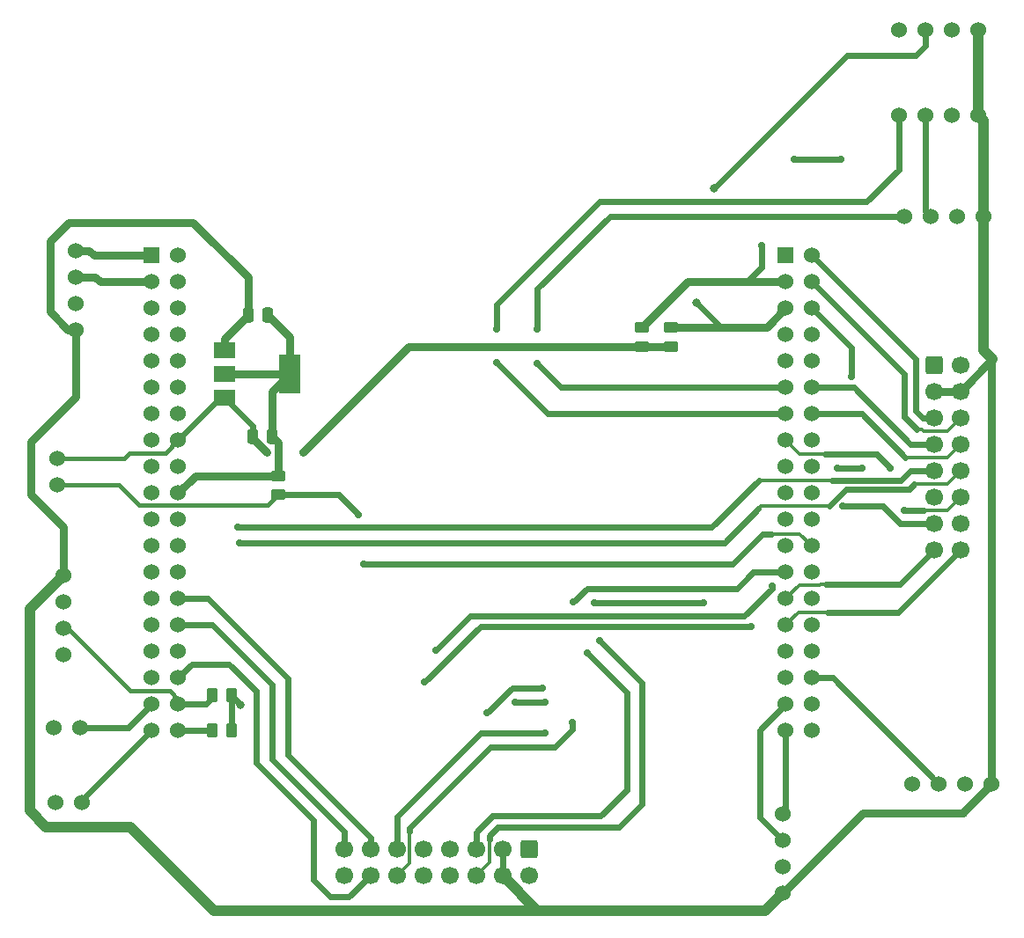
<source format=gbr>
%TF.GenerationSoftware,KiCad,Pcbnew,(6.0.1)*%
%TF.CreationDate,2022-02-03T23:43:58+01:00*%
%TF.ProjectId,CartePrincipaleR1,43617274-6550-4726-996e-636970616c65,rev?*%
%TF.SameCoordinates,Original*%
%TF.FileFunction,Copper,L1,Top*%
%TF.FilePolarity,Positive*%
%FSLAX46Y46*%
G04 Gerber Fmt 4.6, Leading zero omitted, Abs format (unit mm)*
G04 Created by KiCad (PCBNEW (6.0.1)) date 2022-02-03 23:43:58*
%MOMM*%
%LPD*%
G01*
G04 APERTURE LIST*
G04 Aperture macros list*
%AMRoundRect*
0 Rectangle with rounded corners*
0 $1 Rounding radius*
0 $2 $3 $4 $5 $6 $7 $8 $9 X,Y pos of 4 corners*
0 Add a 4 corners polygon primitive as box body*
4,1,4,$2,$3,$4,$5,$6,$7,$8,$9,$2,$3,0*
0 Add four circle primitives for the rounded corners*
1,1,$1+$1,$2,$3*
1,1,$1+$1,$4,$5*
1,1,$1+$1,$6,$7*
1,1,$1+$1,$8,$9*
0 Add four rect primitives between the rounded corners*
20,1,$1+$1,$2,$3,$4,$5,0*
20,1,$1+$1,$4,$5,$6,$7,0*
20,1,$1+$1,$6,$7,$8,$9,0*
20,1,$1+$1,$8,$9,$2,$3,0*%
G04 Aperture macros list end*
%TA.AperFunction,SMDPad,CuDef*%
%ADD10RoundRect,0.250000X0.450000X-0.262500X0.450000X0.262500X-0.450000X0.262500X-0.450000X-0.262500X0*%
%TD*%
%TA.AperFunction,ComponentPad*%
%ADD11C,1.524000*%
%TD*%
%TA.AperFunction,SMDPad,CuDef*%
%ADD12RoundRect,0.250000X-0.250000X-0.475000X0.250000X-0.475000X0.250000X0.475000X-0.250000X0.475000X0*%
%TD*%
%TA.AperFunction,SMDPad,CuDef*%
%ADD13R,2.000000X1.500000*%
%TD*%
%TA.AperFunction,SMDPad,CuDef*%
%ADD14R,2.000000X3.800000*%
%TD*%
%TA.AperFunction,SMDPad,CuDef*%
%ADD15RoundRect,0.250000X0.262500X0.450000X-0.262500X0.450000X-0.262500X-0.450000X0.262500X-0.450000X0*%
%TD*%
%TA.AperFunction,ComponentPad*%
%ADD16R,1.530000X1.530000*%
%TD*%
%TA.AperFunction,ComponentPad*%
%ADD17C,1.530000*%
%TD*%
%TA.AperFunction,SMDPad,CuDef*%
%ADD18RoundRect,0.250000X-0.450000X0.262500X-0.450000X-0.262500X0.450000X-0.262500X0.450000X0.262500X0*%
%TD*%
%TA.AperFunction,ComponentPad*%
%ADD19RoundRect,0.250000X-0.600000X0.600000X-0.600000X-0.600000X0.600000X-0.600000X0.600000X0.600000X0*%
%TD*%
%TA.AperFunction,ComponentPad*%
%ADD20C,1.700000*%
%TD*%
%TA.AperFunction,ComponentPad*%
%ADD21RoundRect,0.250000X-0.600000X-0.600000X0.600000X-0.600000X0.600000X0.600000X-0.600000X0.600000X0*%
%TD*%
%TA.AperFunction,ViaPad*%
%ADD22C,0.700000*%
%TD*%
%TA.AperFunction,ViaPad*%
%ADD23C,0.800000*%
%TD*%
%TA.AperFunction,Conductor*%
%ADD24C,1.000000*%
%TD*%
%TA.AperFunction,Conductor*%
%ADD25C,0.800000*%
%TD*%
%TA.AperFunction,Conductor*%
%ADD26C,0.600000*%
%TD*%
%TA.AperFunction,Conductor*%
%ADD27C,0.400000*%
%TD*%
%TA.AperFunction,Conductor*%
%ADD28C,0.300000*%
%TD*%
G04 APERTURE END LIST*
D10*
%TO.P,R1,1*%
%TO.N,+3V3*%
X120300000Y-78425000D03*
%TO.P,R1,2*%
%TO.N,SDA_I2C1*%
X120300000Y-76600000D03*
%TD*%
D11*
%TO.P,UART-X-BEE,1,Pin_1*%
%TO.N,+5V*%
X151110000Y-120500000D03*
%TO.P,UART-X-BEE,2,Pin_2*%
%TO.N,GND*%
X148570000Y-120500000D03*
%TO.P,UART-X-BEE,3,Pin_3*%
%TO.N,XBeeTx*%
X146030000Y-120500000D03*
%TO.P,UART-X-BEE,4,Pin_4*%
%TO.N,XbeeRx*%
X143490000Y-120500000D03*
%TD*%
D12*
%TO.P,C1,1*%
%TO.N,+5V*%
X79600000Y-75400000D03*
%TO.P,C1,2*%
%TO.N,GND*%
X81500000Y-75400000D03*
%TD*%
D11*
%TO.P,Pression2,1,Pin_1*%
%TO.N,DATA_PRESS_2*%
X142190000Y-56200000D03*
%TO.P,Pression2,2,Pin_2*%
%TO.N,CLK_PRESS*%
X144730000Y-56200000D03*
%TO.P,Pression2,3,Pin_3*%
%TO.N,GND*%
X147270000Y-56200000D03*
%TO.P,Pression2,4,Pin_4*%
%TO.N,+5V*%
X149810000Y-56200000D03*
%TD*%
%TO.P,I2C1,1,Pin_1*%
%TO.N,+5V*%
X149810000Y-48000000D03*
%TO.P,I2C1,2,Pin_2*%
%TO.N,GND*%
X147270000Y-48000000D03*
%TO.P,I2C1,3,Pin_3*%
%TO.N,SDA_I2C1*%
X144730000Y-48000000D03*
%TO.P,I2C1,4,Pin_4*%
%TO.N,SCL_I2C1*%
X142190000Y-48000000D03*
%TD*%
D13*
%TO.P,U1,1,VI*%
%TO.N,+5V*%
X77350000Y-78800000D03*
%TO.P,U1,2,GND*%
%TO.N,GND*%
X77350000Y-81100000D03*
D14*
X83650000Y-81100000D03*
D13*
%TO.P,U1,3,VO*%
%TO.N,+3V3*%
X77350000Y-83400000D03*
%TD*%
D11*
%TO.P,Display,1,Pin_1*%
%TO.N,+5V*%
X63000000Y-76810000D03*
%TO.P,Display,2,Pin_2*%
%TO.N,GND*%
X63000000Y-74270000D03*
%TO.P,Display,3,Pin_3*%
%TO.N,DIO_Display*%
X63000000Y-71730000D03*
%TO.P,Display,4,Pin_4*%
%TO.N,CLK_Display*%
X63000000Y-69190000D03*
%TD*%
%TO.P,Pression1,1,Pin_1*%
%TO.N,DATA_PRESS_1*%
X142700000Y-65900000D03*
%TO.P,Pression1,2,Pin_2*%
%TO.N,CLK_PRESS*%
X145240000Y-65900000D03*
%TO.P,Pression1,3,Pin_3*%
%TO.N,GND*%
X147780000Y-65900000D03*
%TO.P,Pression1,4,Pin_4*%
%TO.N,+5V*%
X150320000Y-65900000D03*
%TD*%
D12*
%TO.P,C2,1*%
%TO.N,+3V3*%
X80050000Y-87100000D03*
%TO.P,C2,2*%
%TO.N,GND*%
X81950000Y-87100000D03*
%TD*%
D15*
%TO.P,R6,1*%
%TO.N,+3V3*%
X78012500Y-115400000D03*
%TO.P,R6,2*%
%TO.N,SCL_I2C3*%
X76187500Y-115400000D03*
%TD*%
D16*
%TO.P,Nucl\u00E9o L476RG,1,PC10*%
%TO.N,CLK_Display*%
X70350000Y-69690000D03*
D17*
%TO.P,Nucl\u00E9o L476RG,2,PC11*%
%TO.N,CLK_PRESS*%
X72890000Y-69690000D03*
%TO.P,Nucl\u00E9o L476RG,3,PC12*%
%TO.N,DIO_Display*%
X70350000Y-72230000D03*
%TO.P,Nucl\u00E9o L476RG,4,PD2*%
%TO.N,unconnected-(U2-Pad4)*%
X72890000Y-72230000D03*
%TO.P,Nucl\u00E9o L476RG,5,VDD*%
%TO.N,unconnected-(U2-Pad5)*%
X70350000Y-74770000D03*
%TO.P,Nucl\u00E9o L476RG,6,E5V*%
%TO.N,unconnected-(U2-Pad6)*%
X72890000Y-74770000D03*
%TO.P,Nucl\u00E9o L476RG,7,~{BOOT0}*%
%TO.N,unconnected-(U2-Pad7)*%
X70350000Y-77310000D03*
%TO.P,Nucl\u00E9o L476RG,8,GND*%
%TO.N,GND*%
X72890000Y-77310000D03*
%TO.P,Nucl\u00E9o L476RG,9,NC*%
%TO.N,unconnected-(U2-Pad9)*%
X70350000Y-79850000D03*
%TO.P,Nucl\u00E9o L476RG,10,NC*%
%TO.N,unconnected-(U2-Pad10)*%
X72890000Y-79850000D03*
%TO.P,Nucl\u00E9o L476RG,11,NC*%
%TO.N,unconnected-(U2-Pad11)*%
X70350000Y-82390000D03*
%TO.P,Nucl\u00E9o L476RG,12,IOREF*%
%TO.N,unconnected-(U2-Pad12)*%
X72890000Y-82390000D03*
%TO.P,Nucl\u00E9o L476RG,13,STLINK_TMS/PA13*%
%TO.N,unconnected-(U2-Pad13)*%
X70350000Y-84930000D03*
%TO.P,Nucl\u00E9o L476RG,14,~{RESET}*%
%TO.N,unconnected-(U2-Pad14)*%
X72890000Y-84930000D03*
%TO.P,Nucl\u00E9o L476RG,15,STLINK_TCK/PA14*%
%TO.N,unconnected-(U2-Pad15)*%
X70350000Y-87470000D03*
%TO.P,Nucl\u00E9o L476RG,16,+3V3*%
%TO.N,+3V3*%
X72890000Y-87470000D03*
%TO.P,Nucl\u00E9o L476RG,17,PA15*%
%TO.N,CONTACTEUR1_GPIO*%
X70350000Y-90010000D03*
%TO.P,Nucl\u00E9o L476RG,18,+5V*%
%TO.N,unconnected-(U2-Pad18)*%
X72890000Y-90010000D03*
%TO.P,Nucl\u00E9o L476RG,19,GND*%
%TO.N,GND*%
X70350000Y-92550000D03*
%TO.P,Nucl\u00E9o L476RG,20,GND*%
X72890000Y-92550000D03*
%TO.P,Nucl\u00E9o L476RG,21,PB7*%
%TO.N,unconnected-(U2-Pad21)*%
X70350000Y-95090000D03*
%TO.P,Nucl\u00E9o L476RG,22,GND*%
%TO.N,GND*%
X72890000Y-95090000D03*
%TO.P,Nucl\u00E9o L476RG,23,PC13*%
%TO.N,unconnected-(U2-Pad23)*%
X70350000Y-97630000D03*
%TO.P,Nucl\u00E9o L476RG,24,VIN*%
%TO.N,unconnected-(U2-Pad24)*%
X72890000Y-97630000D03*
%TO.P,Nucl\u00E9o L476RG,25,PC14*%
%TO.N,unconnected-(U2-Pad25)*%
X70350000Y-100170000D03*
%TO.P,Nucl\u00E9o L476RG,26,NC*%
%TO.N,unconnected-(U2-Pad26)*%
X72890000Y-100170000D03*
%TO.P,Nucl\u00E9o L476RG,27,PC15*%
%TO.N,unconnected-(U2-Pad27)*%
X70350000Y-102710000D03*
%TO.P,Nucl\u00E9o L476RG,28,PA0*%
%TO.N,S1*%
X72890000Y-102710000D03*
%TO.P,Nucl\u00E9o L476RG,29,PH0*%
%TO.N,unconnected-(U2-Pad29)*%
X70350000Y-105250000D03*
%TO.P,Nucl\u00E9o L476RG,30,PA1*%
%TO.N,S2*%
X72890000Y-105250000D03*
%TO.P,Nucl\u00E9o L476RG,31,PH1*%
%TO.N,unconnected-(U2-Pad31)*%
X70350000Y-107790000D03*
%TO.P,Nucl\u00E9o L476RG,32,PA4*%
%TO.N,CONTACTEUR2_GPIO*%
X72890000Y-107790000D03*
%TO.P,Nucl\u00E9o L476RG,33,VBAT*%
%TO.N,unconnected-(U2-Pad33)*%
X70350000Y-110330000D03*
%TO.P,Nucl\u00E9o L476RG,34,PB0*%
%TO.N,S3*%
X72890000Y-110330000D03*
%TO.P,Nucl\u00E9o L476RG,35,PC2*%
%TO.N,TIR_GPIO*%
X70350000Y-112870000D03*
%TO.P,Nucl\u00E9o L476RG,36,PC1*%
%TO.N,SDA_I2C3*%
X72890000Y-112870000D03*
%TO.P,Nucl\u00E9o L476RG,37,PC3*%
%TO.N,COL_GPIO*%
X70350000Y-115410000D03*
%TO.P,Nucl\u00E9o L476RG,38,PC0*%
%TO.N,SCL_I2C3*%
X72890000Y-115410000D03*
D16*
%TO.P,Nucl\u00E9o L476RG,39,PC9*%
%TO.N,unconnected-(U2-Pad39)*%
X131310000Y-69690000D03*
D17*
%TO.P,Nucl\u00E9o L476RG,40,PC8*%
%TO.N,MC1B*%
X133850000Y-69690000D03*
%TO.P,Nucl\u00E9o L476RG,41,PB8*%
%TO.N,SCL_I2C1*%
X131310000Y-72230000D03*
%TO.P,Nucl\u00E9o L476RG,42,PC6*%
%TO.N,MC1A*%
X133850000Y-72230000D03*
%TO.P,Nucl\u00E9o L476RG,43,PB9*%
%TO.N,SDA_I2C1*%
X131310000Y-74770000D03*
%TO.P,Nucl\u00E9o L476RG,44,PC5*%
%TO.N,XbeeRx*%
X133850000Y-74770000D03*
%TO.P,Nucl\u00E9o L476RG,45,AVDD*%
%TO.N,unconnected-(U2-Pad45)*%
X131310000Y-77310000D03*
%TO.P,Nucl\u00E9o L476RG,46,U5V*%
%TO.N,unconnected-(U2-Pad46)*%
X133850000Y-77310000D03*
%TO.P,Nucl\u00E9o L476RG,47,GND*%
%TO.N,GND*%
X131310000Y-79850000D03*
%TO.P,Nucl\u00E9o L476RG,48,NC*%
%TO.N,unconnected-(U2-Pad48)*%
X133850000Y-79850000D03*
%TO.P,Nucl\u00E9o L476RG,49,PA5*%
%TO.N,DATA_PRESS_1*%
X131310000Y-82390000D03*
%TO.P,Nucl\u00E9o L476RG,50,PA12*%
%TO.N,MC2B*%
X133850000Y-82390000D03*
%TO.P,Nucl\u00E9o L476RG,51,PA6*%
%TO.N,DATA_PRESS_2*%
X131310000Y-84930000D03*
%TO.P,Nucl\u00E9o L476RG,52,PA11*%
%TO.N,MC2A*%
X133850000Y-84930000D03*
%TO.P,Nucl\u00E9o L476RG,53,PA7*%
%TO.N,RC_2A*%
X131310000Y-87470000D03*
%TO.P,Nucl\u00E9o L476RG,54,PB12*%
%TO.N,unconnected-(U2-Pad54)*%
X133850000Y-87470000D03*
%TO.P,Nucl\u00E9o L476RG,55,PB6*%
%TO.N,DataAX12_TX*%
X131310000Y-90010000D03*
%TO.P,Nucl\u00E9o L476RG,56,NC*%
%TO.N,unconnected-(U2-Pad56)*%
X133850000Y-90010000D03*
%TO.P,Nucl\u00E9o L476RG,57,PC7*%
%TO.N,RC_2B*%
X131310000Y-92550000D03*
%TO.P,Nucl\u00E9o L476RG,58,GND*%
%TO.N,GND*%
X133850000Y-92550000D03*
%TO.P,Nucl\u00E9o L476RG,59,PA9*%
%TO.N,Mot1PWM*%
X131310000Y-95090000D03*
%TO.P,Nucl\u00E9o L476RG,60,PB2*%
%TO.N,Mot1DIR*%
X133850000Y-95090000D03*
%TO.P,Nucl\u00E9o L476RG,61,PA8*%
%TO.N,Mot2PWM*%
X131310000Y-97630000D03*
%TO.P,Nucl\u00E9o L476RG,62,PB1*%
%TO.N,A_Resistance*%
X133850000Y-97630000D03*
%TO.P,Nucl\u00E9o L476RG,63,PB10*%
%TO.N,Mot2DIR*%
X131310000Y-100170000D03*
%TO.P,Nucl\u00E9o L476RG,64,PB15*%
%TO.N,POMPE2*%
X133850000Y-100170000D03*
%TO.P,Nucl\u00E9o L476RG,65,PB4*%
%TO.N,RC_1B*%
X131310000Y-102710000D03*
%TO.P,Nucl\u00E9o L476RG,66,PB14*%
%TO.N,POMPE1*%
X133850000Y-102710000D03*
%TO.P,Nucl\u00E9o L476RG,67,PB5*%
%TO.N,RC_1A*%
X131310000Y-105250000D03*
%TO.P,Nucl\u00E9o L476RG,68,PB13*%
%TO.N,EV1*%
X133850000Y-105250000D03*
%TO.P,Nucl\u00E9o L476RG,69,STLINK_SWO/PB3*%
%TO.N,unconnected-(U2-Pad69)*%
X131310000Y-107790000D03*
%TO.P,Nucl\u00E9o L476RG,70,AGND*%
%TO.N,GND*%
X133850000Y-107790000D03*
%TO.P,Nucl\u00E9o L476RG,71,PA10*%
%TO.N,EV2*%
X131310000Y-110330000D03*
%TO.P,Nucl\u00E9o L476RG,72,PC4*%
%TO.N,XBeeTx*%
X133850000Y-110330000D03*
%TO.P,Nucl\u00E9o L476RG,73,STLINK_UART_TX/PA2*%
%TO.N,USART_TX*%
X131310000Y-112870000D03*
%TO.P,Nucl\u00E9o L476RG,74,NC*%
%TO.N,unconnected-(U2-Pad74)*%
X133850000Y-112870000D03*
%TO.P,Nucl\u00E9o L476RG,75,STLINK_UART_RX/PA3*%
%TO.N,USART_RX*%
X131310000Y-115410000D03*
%TO.P,Nucl\u00E9o L476RG,76,NC*%
%TO.N,unconnected-(U2-Pad76)*%
X133850000Y-115410000D03*
%TD*%
D11*
%TO.P,Resistance,1,Pin_1*%
%TO.N,+3V3*%
X61300000Y-89230000D03*
%TO.P,Resistance,2,Pin_2*%
%TO.N,A_Resistance*%
X61300000Y-91770000D03*
%TD*%
%TO.P,UART-USB,1,Pin_1*%
%TO.N,+5V*%
X131000000Y-131010000D03*
%TO.P,UART-USB,2,Pin_2*%
%TO.N,GND*%
X131000000Y-128470000D03*
%TO.P,UART-USB,3,Pin_3*%
%TO.N,USART_TX*%
X131000000Y-125930000D03*
%TO.P,UART-USB,4,Pin_4*%
%TO.N,USART_RX*%
X131000000Y-123390000D03*
%TD*%
%TO.P,Tirette,1,Pin_1*%
%TO.N,TIR_GPIO*%
X63470000Y-115100000D03*
%TO.P,Tirette,2,Pin_2*%
%TO.N,GND*%
X60930000Y-115100000D03*
%TD*%
D18*
%TO.P,R4,1*%
%TO.N,GND*%
X82500000Y-90887500D03*
%TO.P,R4,2*%
%TO.N,A_Resistance*%
X82500000Y-92712500D03*
%TD*%
D19*
%TO.P,NappePompe,1,Pin_1*%
%TO.N,GND*%
X106600000Y-126800000D03*
D20*
%TO.P,NappePompe,2,Pin_2*%
X106600000Y-129340000D03*
%TO.P,NappePompe,3,Pin_3*%
%TO.N,+5V*%
X104060000Y-126800000D03*
%TO.P,NappePompe,4,Pin_4*%
X104060000Y-129340000D03*
%TO.P,NappePompe,5,Pin_5*%
%TO.N,Mot2DIR*%
X101520000Y-126800000D03*
%TO.P,NappePompe,6,Pin_6*%
%TO.N,Mot2PWM*%
X101520000Y-129340000D03*
%TO.P,NappePompe,7,Pin_7*%
%TO.N,Mot1DIR*%
X98980000Y-126800000D03*
%TO.P,NappePompe,8,Pin_8*%
%TO.N,Mot1PWM*%
X98980000Y-129340000D03*
%TO.P,NappePompe,9,Pin_9*%
%TO.N,POMPE1*%
X96440000Y-126800000D03*
%TO.P,NappePompe,10,Pin_10*%
%TO.N,POMPE2*%
X96440000Y-129340000D03*
%TO.P,NappePompe,11,Pin_11*%
%TO.N,EV2*%
X93900000Y-126800000D03*
%TO.P,NappePompe,12,Pin_12*%
%TO.N,EV1*%
X93900000Y-129340000D03*
%TO.P,NappePompe,13,Pin_13*%
%TO.N,S1*%
X91360000Y-126800000D03*
%TO.P,NappePompe,14,Pin_14*%
%TO.N,S3*%
X91360000Y-129340000D03*
%TO.P,NappePompe,15,Pin_15*%
%TO.N,S2*%
X88820000Y-126800000D03*
%TO.P,NappePompe,16,Pin_16*%
%TO.N,+3V3*%
X88820000Y-129340000D03*
%TD*%
D21*
%TO.P,NappeBaseRoulante,1,Pin_1*%
%TO.N,GND*%
X145600000Y-80200000D03*
D20*
%TO.P,NappeBaseRoulante,2,Pin_2*%
X148140000Y-80200000D03*
%TO.P,NappeBaseRoulante,3,Pin_3*%
%TO.N,+5V*%
X145600000Y-82740000D03*
%TO.P,NappeBaseRoulante,4,Pin_4*%
X148140000Y-82740000D03*
%TO.P,NappeBaseRoulante,5,Pin_5*%
%TO.N,MC1B*%
X145600000Y-85280000D03*
%TO.P,NappeBaseRoulante,6,Pin_6*%
%TO.N,MC1A*%
X148140000Y-85280000D03*
%TO.P,NappeBaseRoulante,7,Pin_7*%
%TO.N,MC2B*%
X145600000Y-87820000D03*
%TO.P,NappeBaseRoulante,8,Pin_8*%
%TO.N,MC2A*%
X148140000Y-87820000D03*
%TO.P,NappeBaseRoulante,9,Pin_9*%
%TO.N,CONTACTEUR1_GPIO*%
X145600000Y-90360000D03*
%TO.P,NappeBaseRoulante,10,Pin_10*%
%TO.N,CONTACTEUR2_GPIO*%
X148140000Y-90360000D03*
%TO.P,NappeBaseRoulante,11,Pin_11*%
%TO.N,unconnected-(J5-Pad11)*%
X145600000Y-92900000D03*
%TO.P,NappeBaseRoulante,12,Pin_12*%
%TO.N,DataAX12_TX*%
X148140000Y-92900000D03*
%TO.P,NappeBaseRoulante,13,Pin_13*%
%TO.N,RC_2B*%
X145600000Y-95440000D03*
%TO.P,NappeBaseRoulante,14,Pin_14*%
%TO.N,RC_2A*%
X148140000Y-95440000D03*
%TO.P,NappeBaseRoulante,15,Pin_15*%
%TO.N,RC_1B*%
X145600000Y-97980000D03*
%TO.P,NappeBaseRoulante,16,Pin_16*%
%TO.N,RC_1A*%
X148140000Y-97980000D03*
%TD*%
D10*
%TO.P,R2,1*%
%TO.N,+3V3*%
X117500000Y-78425000D03*
%TO.P,R2,2*%
%TO.N,SCL_I2C1*%
X117500000Y-76600000D03*
%TD*%
D11*
%TO.P,I2C3,1,Pin_1*%
%TO.N,+5V*%
X61832000Y-100490000D03*
%TO.P,I2C3,2,Pin_2*%
%TO.N,GND*%
X61832000Y-103030000D03*
%TO.P,I2C3,3,Pin_3*%
%TO.N,SDA_I2C3*%
X61832000Y-105570000D03*
%TO.P,I2C3,4,Pin_4*%
%TO.N,SCL_I2C3*%
X61832000Y-108110000D03*
%TD*%
%TO.P,Color,1,Pin_1*%
%TO.N,COL_GPIO*%
X63670000Y-122300000D03*
%TO.P,Color,2,Pin_2*%
%TO.N,GND*%
X61130000Y-122300000D03*
%TD*%
D15*
%TO.P,R5,1*%
%TO.N,+3V3*%
X78000000Y-112000000D03*
%TO.P,R5,2*%
%TO.N,SDA_I2C3*%
X76175000Y-112000000D03*
%TD*%
D22*
%TO.N,GND*%
X80200000Y-81100000D03*
%TO.N,+3V3*%
X84850000Y-88650000D03*
X81450000Y-88650000D03*
D23*
X78900000Y-112900000D03*
D22*
%TO.N,XbeeRx*%
X137650000Y-81300000D03*
%TO.N,CONTACTEUR1_GPIO*%
X78650000Y-95850000D03*
%TO.N,CONTACTEUR2_GPIO*%
X78750000Y-97300000D03*
%TO.N,DataAX12_TX*%
X142700000Y-94200000D03*
X138650000Y-90150000D03*
X136300000Y-90150000D03*
%TO.N,RC_2B*%
X136800000Y-93800000D03*
%TO.N,RC_2A*%
X141350000Y-90100000D03*
%TO.N,Mot2DIR*%
X110900000Y-103000000D03*
X112200000Y-107900000D03*
%TO.N,Mot2PWM*%
X123400000Y-103100000D03*
X112900000Y-103100000D03*
X113400000Y-106700000D03*
%TO.N,Mot1DIR*%
X108200000Y-112700000D03*
X105300000Y-112700000D03*
%TO.N,Mot1PWM*%
X107900000Y-111300000D03*
X102600000Y-113700000D03*
%TO.N,POMPE1*%
X96600000Y-110700000D03*
X128000000Y-105350000D03*
%TO.N,POMPE2*%
X97700000Y-107700000D03*
X130000000Y-101500000D03*
%TO.N,EV1*%
X110750000Y-114600000D03*
%TO.N,EV2*%
X108150000Y-115600000D03*
%TO.N,DATA_PRESS_1*%
X107400000Y-76800000D03*
X107400000Y-80100000D03*
%TO.N,CLK_PRESS*%
X136600000Y-60400000D03*
X132100000Y-60400000D03*
%TO.N,A_Resistance*%
X90250000Y-94600000D03*
X90700000Y-99350000D03*
%TO.N,DATA_PRESS_2*%
X103500000Y-76800000D03*
X103500000Y-80000000D03*
D23*
%TO.N,SDA_I2C1*%
X122700000Y-74200000D03*
X124400000Y-63200000D03*
D22*
%TO.N,SCL_I2C1*%
X129000000Y-68700000D03*
%TD*%
D24*
%TO.N,+5V*%
X131000000Y-131010000D02*
X129310000Y-132700000D01*
X150320000Y-56710000D02*
X149810000Y-56200000D01*
X149810000Y-48000000D02*
X149810000Y-56200000D01*
D25*
X61832000Y-95832000D02*
X58700000Y-92700000D01*
D24*
X151210000Y-79670000D02*
X150320000Y-78780000D01*
D25*
X58700000Y-87600000D02*
X63000000Y-83300000D01*
X148400000Y-123210000D02*
X151110000Y-120500000D01*
D24*
X108000000Y-132700000D02*
X76300000Y-132700000D01*
X150320000Y-78780000D02*
X150320000Y-65900000D01*
X58600000Y-103722000D02*
X61832000Y-100490000D01*
X108000000Y-132700000D02*
X107420000Y-132700000D01*
D25*
X148140000Y-82740000D02*
X145600000Y-82740000D01*
X131000000Y-131010000D02*
X138710000Y-123300000D01*
X74300000Y-66500000D02*
X79600000Y-71800000D01*
D24*
X150320000Y-65900000D02*
X150320000Y-56710000D01*
D25*
X62310000Y-76810000D02*
X60600000Y-75100000D01*
X60600000Y-75100000D02*
X60600000Y-68300000D01*
X151210000Y-79670000D02*
X151110000Y-79770000D01*
D24*
X76300000Y-132700000D02*
X75950000Y-132350000D01*
D25*
X61832000Y-100490000D02*
X61832000Y-95832000D01*
D24*
X60200000Y-124700000D02*
X58600000Y-123100000D01*
D25*
X58700000Y-92700000D02*
X58700000Y-87600000D01*
X79600000Y-71800000D02*
X79600000Y-75400000D01*
X62400000Y-66500000D02*
X74300000Y-66500000D01*
X60600000Y-68300000D02*
X62400000Y-66500000D01*
D24*
X75950000Y-132350000D02*
X68300000Y-124700000D01*
X129310000Y-132700000D02*
X108000000Y-132700000D01*
D25*
X151210000Y-79670000D02*
X148140000Y-82740000D01*
X63000000Y-76810000D02*
X62310000Y-76810000D01*
D26*
X104060000Y-129340000D02*
X104060000Y-126800000D01*
D24*
X107420000Y-132700000D02*
X104060000Y-129340000D01*
D25*
X77350000Y-77650000D02*
X79600000Y-75400000D01*
X63000000Y-83300000D02*
X63000000Y-76810000D01*
D24*
X68300000Y-124700000D02*
X60200000Y-124700000D01*
D25*
X151110000Y-79770000D02*
X151110000Y-120500000D01*
X77350000Y-78800000D02*
X77350000Y-77650000D01*
X59011000Y-103311000D02*
X61832000Y-100490000D01*
D24*
X58600000Y-103722000D02*
X59011000Y-103311000D01*
X58600000Y-113500000D02*
X58600000Y-103722000D01*
D25*
X148400000Y-123300000D02*
X148400000Y-123210000D01*
D24*
X58600000Y-123100000D02*
X58600000Y-113500000D01*
D25*
X138710000Y-123300000D02*
X148400000Y-123300000D01*
%TO.N,GND*%
X82500000Y-90887500D02*
X74552500Y-90887500D01*
X82500000Y-90887500D02*
X82500000Y-87650000D01*
X81950000Y-82800000D02*
X83650000Y-81100000D01*
X81950000Y-87100000D02*
X81950000Y-82800000D01*
X80200000Y-81100000D02*
X77350000Y-81100000D01*
X82500000Y-87650000D02*
X81950000Y-87100000D01*
X74552500Y-90887500D02*
X72890000Y-92550000D01*
X83650000Y-81100000D02*
X83650000Y-80950000D01*
X83650000Y-77550000D02*
X81500000Y-75400000D01*
X83650000Y-81100000D02*
X80200000Y-81100000D01*
X83650000Y-80950000D02*
X83650000Y-77550000D01*
D26*
%TO.N,+3V3*%
X80050000Y-86100000D02*
X80050000Y-87100000D01*
D25*
X81450000Y-88650000D02*
X80050000Y-87250000D01*
D27*
X71660000Y-88700000D02*
X68200000Y-88700000D01*
X68200000Y-88700000D02*
X67670000Y-89230000D01*
D26*
X78012500Y-112012500D02*
X78000000Y-112000000D01*
X78000000Y-112000000D02*
X78900000Y-112900000D01*
D27*
X72890000Y-87470000D02*
X71660000Y-88700000D01*
D25*
X80050000Y-87250000D02*
X80050000Y-87100000D01*
D26*
X76960000Y-83400000D02*
X77350000Y-83400000D01*
D25*
X120300000Y-78425000D02*
X117500000Y-78425000D01*
D26*
X77350000Y-83400000D02*
X80050000Y-86100000D01*
X72890000Y-87470000D02*
X76960000Y-83400000D01*
D25*
X95075000Y-78425000D02*
X84850000Y-88650000D01*
D26*
X78012500Y-115400000D02*
X78012500Y-112012500D01*
D25*
X117500000Y-78425000D02*
X95175000Y-78425000D01*
D27*
X117587500Y-78337500D02*
X117500000Y-78425000D01*
X67670000Y-89230000D02*
X61300000Y-89230000D01*
D25*
X95175000Y-78425000D02*
X95075000Y-78425000D01*
D26*
%TO.N,COL_GPIO*%
X63670000Y-122090000D02*
X63670000Y-122300000D01*
X70350000Y-115410000D02*
X63670000Y-122090000D01*
%TO.N,TIR_GPIO*%
X70350000Y-112870000D02*
X68120000Y-115100000D01*
X68120000Y-115100000D02*
X63470000Y-115100000D01*
D27*
%TO.N,SDA_I2C3*%
X68300000Y-111600000D02*
X62270000Y-105570000D01*
X72890000Y-112870000D02*
X72890000Y-112390000D01*
X72100000Y-111600000D02*
X68300000Y-111600000D01*
D26*
X76175000Y-112225000D02*
X76175000Y-112000000D01*
D27*
X72890000Y-112390000D02*
X72100000Y-111600000D01*
D26*
X75530000Y-112870000D02*
X76175000Y-112225000D01*
X75530000Y-112870000D02*
X72890000Y-112870000D01*
X73020000Y-113000000D02*
X72890000Y-112870000D01*
D27*
X62270000Y-105570000D02*
X61832000Y-105570000D01*
D26*
%TO.N,SCL_I2C3*%
X72900000Y-115400000D02*
X72890000Y-115410000D01*
X76187500Y-115400000D02*
X72900000Y-115400000D01*
%TO.N,USART_TX*%
X131000000Y-125930000D02*
X128800000Y-123730000D01*
X128800000Y-115380000D02*
X131310000Y-112870000D01*
X128800000Y-123730000D02*
X128800000Y-115380000D01*
%TO.N,USART_RX*%
X131310000Y-115410000D02*
X131310000Y-123080000D01*
X131310000Y-123080000D02*
X131000000Y-123390000D01*
%TO.N,XBeeTx*%
X135860000Y-110330000D02*
X133850000Y-110330000D01*
X146030000Y-120500000D02*
X135860000Y-110330000D01*
%TO.N,XbeeRx*%
X133850000Y-74770000D02*
X137650000Y-78570000D01*
X137650000Y-78570000D02*
X137650000Y-81300000D01*
%TO.N,MC1B*%
X143800000Y-79640000D02*
X133850000Y-69690000D01*
X143800000Y-84600000D02*
X143800000Y-79640000D01*
X144480000Y-85280000D02*
X143800000Y-84600000D01*
X145600000Y-85280000D02*
X144480000Y-85280000D01*
D28*
%TO.N,MC1A*%
X144600000Y-86600000D02*
X144400000Y-86400000D01*
X144400000Y-86400000D02*
X143900000Y-86400000D01*
D26*
X133850000Y-72230000D02*
X142220000Y-80600000D01*
X142700000Y-81080000D02*
X142700000Y-84500000D01*
X142700000Y-84500000D02*
X142700000Y-85200000D01*
D28*
X146820000Y-86600000D02*
X144600000Y-86600000D01*
D26*
X142220000Y-80600000D02*
X142700000Y-81080000D01*
D28*
X148140000Y-85280000D02*
X146820000Y-86600000D01*
D26*
X143700000Y-86200000D02*
X143900000Y-86400000D01*
X142700000Y-85200000D02*
X143700000Y-86200000D01*
%TO.N,MC2B*%
X145600000Y-87820000D02*
X143270000Y-87820000D01*
X143270000Y-87820000D02*
X137840000Y-82390000D01*
X137840000Y-82390000D02*
X133850000Y-82390000D01*
%TO.N,MC2A*%
X133850000Y-84930000D02*
X138630000Y-84930000D01*
D28*
X142860489Y-89160489D02*
X142800000Y-89100000D01*
X148140000Y-87820000D02*
X146860000Y-89100000D01*
X146860000Y-89100000D02*
X142800000Y-89100000D01*
D26*
X138630000Y-84930000D02*
X142800000Y-89100000D01*
D28*
%TO.N,CONTACTEUR1_GPIO*%
X128700000Y-91350000D02*
X135800000Y-91350000D01*
D26*
X143340000Y-90360000D02*
X142350000Y-91350000D01*
X142350000Y-91350000D02*
X135800000Y-91350000D01*
X124200000Y-95850000D02*
X128700000Y-91350000D01*
X78650000Y-95850000D02*
X124200000Y-95850000D01*
X145600000Y-90360000D02*
X143340000Y-90360000D01*
D28*
%TO.N,CONTACTEUR2_GPIO*%
X146850000Y-91650000D02*
X143700000Y-91650000D01*
X128900000Y-93800000D02*
X131350000Y-93800000D01*
D26*
X143200000Y-92150000D02*
X143650000Y-91700000D01*
X78750000Y-97300000D02*
X125400000Y-97300000D01*
D28*
X131350000Y-93800000D02*
X135500000Y-93800000D01*
X143700000Y-91650000D02*
X143650000Y-91700000D01*
D26*
X125400000Y-97300000D02*
X128650000Y-94050000D01*
D28*
X148140000Y-90360000D02*
X146850000Y-91650000D01*
D26*
X137150000Y-92150000D02*
X142900000Y-92150000D01*
X135500000Y-93800000D02*
X137150000Y-92150000D01*
X142900000Y-92150000D02*
X143200000Y-92150000D01*
D28*
X128650000Y-94050000D02*
X128900000Y-93800000D01*
%TO.N,DataAX12_TX*%
X144550000Y-94200000D02*
X146840000Y-94200000D01*
D26*
X136300000Y-90150000D02*
X138650000Y-90150000D01*
X142700000Y-94200000D02*
X144550000Y-94200000D01*
D28*
X146840000Y-94200000D02*
X148140000Y-92900000D01*
%TO.N,RC_1B*%
X132620000Y-101400000D02*
X131310000Y-102710000D01*
X134700000Y-101300000D02*
X134600000Y-101400000D01*
D26*
X142280000Y-101300000D02*
X135200000Y-101300000D01*
X145600000Y-97980000D02*
X142280000Y-101300000D01*
D28*
X135200000Y-101300000D02*
X134700000Y-101300000D01*
X134600000Y-101400000D02*
X132620000Y-101400000D01*
%TO.N,RC_1A*%
X135300000Y-104000000D02*
X132560000Y-104000000D01*
D26*
X148140000Y-97980000D02*
X142120000Y-104000000D01*
X142120000Y-104000000D02*
X135300000Y-104000000D01*
D28*
X132560000Y-104000000D02*
X131310000Y-105250000D01*
D26*
%TO.N,RC_2B*%
X142290000Y-95440000D02*
X145600000Y-95440000D01*
X140650000Y-93800000D02*
X142290000Y-95440000D01*
X136800000Y-93800000D02*
X140650000Y-93800000D01*
D28*
%TO.N,RC_2A*%
X131310000Y-87470000D02*
X132640000Y-88800000D01*
X132640000Y-88800000D02*
X135100000Y-88800000D01*
D26*
X135100000Y-88800000D02*
X140050000Y-88800000D01*
X140050000Y-88800000D02*
X141350000Y-90100000D01*
%TO.N,Mot2DIR*%
X116000000Y-111700000D02*
X116000000Y-121100000D01*
X103100000Y-123600000D02*
X101520000Y-125180000D01*
X112200000Y-107900000D02*
X116000000Y-111700000D01*
X112200000Y-101700000D02*
X110900000Y-103000000D01*
X127600000Y-100700000D02*
X126600000Y-101700000D01*
X126600000Y-101700000D02*
X112600000Y-101700000D01*
X128130000Y-100170000D02*
X127600000Y-100700000D01*
X113500000Y-123600000D02*
X103100000Y-123600000D01*
X112600000Y-101700000D02*
X112200000Y-101700000D01*
X116000000Y-121100000D02*
X113500000Y-123600000D01*
X131310000Y-100170000D02*
X128130000Y-100170000D01*
X101520000Y-125180000D02*
X101520000Y-126800000D01*
%TO.N,Mot2PWM*%
X115300000Y-124700000D02*
X103600000Y-124700000D01*
D28*
X101520000Y-129340000D02*
X102800000Y-128060000D01*
D26*
X117500000Y-110800000D02*
X117500000Y-122500000D01*
X123400000Y-103100000D02*
X112900000Y-103100000D01*
X102800000Y-125900000D02*
X102800000Y-125500000D01*
X117500000Y-122500000D02*
X115300000Y-124700000D01*
D28*
X102800000Y-128060000D02*
X102800000Y-125900000D01*
D26*
X112900000Y-103100000D02*
X112800000Y-103100000D01*
X113400000Y-106700000D02*
X117500000Y-110800000D01*
X102800000Y-125500000D02*
X103600000Y-124700000D01*
%TO.N,Mot1DIR*%
X108200000Y-112700000D02*
X105300000Y-112700000D01*
%TO.N,Mot1PWM*%
X107900000Y-111300000D02*
X105000000Y-111300000D01*
X105000000Y-111300000D02*
X102600000Y-113700000D01*
%TO.N,POMPE1*%
X128000000Y-105350000D02*
X101950000Y-105350000D01*
X101950000Y-105350000D02*
X96600000Y-110700000D01*
%TO.N,POMPE2*%
X127300000Y-104400000D02*
X101000000Y-104400000D01*
X130000000Y-101700000D02*
X127300000Y-104400000D01*
X130000000Y-101500000D02*
X130000000Y-101700000D01*
X101000000Y-104400000D02*
X97700000Y-107700000D01*
%TO.N,EV1*%
X109091539Y-116950000D02*
X110750000Y-115291539D01*
D28*
X95100000Y-128140000D02*
X93900000Y-129340000D01*
D26*
X110750000Y-114600000D02*
X110750000Y-115291539D01*
D28*
X95100000Y-125100000D02*
X95100000Y-128140000D01*
D26*
X95100000Y-124750000D02*
X95100000Y-125100000D01*
X102900000Y-116950000D02*
X95100000Y-124750000D01*
X109091539Y-116950000D02*
X102900000Y-116950000D01*
%TO.N,EV2*%
X101950000Y-115600000D02*
X108150000Y-115600000D01*
X101950000Y-115600000D02*
X93900000Y-123650000D01*
X93900000Y-123650000D02*
X93900000Y-126800000D01*
%TO.N,S1*%
X91360000Y-125660000D02*
X91360000Y-126800000D01*
X83400000Y-110400000D02*
X83400000Y-117700000D01*
X75710000Y-102710000D02*
X83400000Y-110400000D01*
X72890000Y-102710000D02*
X75710000Y-102710000D01*
X83400000Y-117700000D02*
X91360000Y-125660000D01*
%TO.N,S2*%
X88820000Y-126800000D02*
X88820000Y-125120000D01*
X81900000Y-111000000D02*
X76150000Y-105250000D01*
X76150000Y-105250000D02*
X72890000Y-105250000D01*
X88820000Y-125120000D02*
X81900000Y-118200000D01*
X81900000Y-118200000D02*
X81900000Y-111000000D01*
%TO.N,S3*%
X91360000Y-129340000D02*
X89300000Y-131400000D01*
X80400000Y-111600000D02*
X77800000Y-109000000D01*
X89300000Y-131400000D02*
X87500000Y-131400000D01*
X74220000Y-109000000D02*
X72890000Y-110330000D01*
X85900000Y-124000000D02*
X80400000Y-118500000D01*
X85900000Y-129800000D02*
X85900000Y-124000000D01*
X80400000Y-114500000D02*
X80400000Y-111600000D01*
X77800000Y-109000000D02*
X74220000Y-109000000D01*
X87500000Y-131400000D02*
X85900000Y-129800000D01*
X80400000Y-118500000D02*
X80400000Y-114500000D01*
%TO.N,DATA_PRESS_1*%
X107400000Y-80100000D02*
X109690000Y-82390000D01*
X114400000Y-65900000D02*
X142700000Y-65900000D01*
X109690000Y-82390000D02*
X131310000Y-82390000D01*
X107400000Y-72900000D02*
X114400000Y-65900000D01*
X107400000Y-76800000D02*
X107400000Y-72900000D01*
%TO.N,CLK_PRESS*%
X144730000Y-65390000D02*
X145240000Y-65900000D01*
X132100000Y-60400000D02*
X136600000Y-60400000D01*
X144730000Y-56200000D02*
X144730000Y-65390000D01*
%TO.N,A_Resistance*%
X90700000Y-99350000D02*
X126200000Y-99350000D01*
D27*
X69114511Y-93714511D02*
X81497989Y-93714511D01*
D26*
X88362500Y-92712500D02*
X90250000Y-94600000D01*
X129100000Y-96450000D02*
X129950000Y-96450000D01*
D27*
X81497989Y-93714511D02*
X82500000Y-92712500D01*
D26*
X82500000Y-92712500D02*
X88362500Y-92712500D01*
D27*
X61300000Y-91770000D02*
X67170000Y-91770000D01*
X67170000Y-91770000D02*
X69114511Y-93714511D01*
D28*
X132670000Y-96450000D02*
X133850000Y-97630000D01*
D26*
X126200000Y-99350000D02*
X129100000Y-96450000D01*
D28*
X129950000Y-96450000D02*
X132670000Y-96450000D01*
D25*
%TO.N,DIO_Display*%
X70350000Y-72230000D02*
X65430000Y-72230000D01*
X65430000Y-72230000D02*
X64930000Y-71730000D01*
X64930000Y-71730000D02*
X63000000Y-71730000D01*
%TO.N,CLK_Display*%
X64290000Y-69190000D02*
X63000000Y-69190000D01*
X70350000Y-69690000D02*
X64790000Y-69690000D01*
X64790000Y-69690000D02*
X64290000Y-69190000D01*
D26*
%TO.N,DATA_PRESS_2*%
X108430000Y-84930000D02*
X131310000Y-84930000D01*
X103500000Y-80000000D02*
X108430000Y-84930000D01*
X103500000Y-74400000D02*
X103500000Y-76800000D01*
X113400000Y-64500000D02*
X103500000Y-74400000D01*
X142190000Y-56200000D02*
X142190000Y-61410000D01*
X139100000Y-64500000D02*
X113400000Y-64500000D01*
X142190000Y-61410000D02*
X139100000Y-64500000D01*
%TO.N,SDA_I2C1*%
X144730000Y-49470000D02*
X144730000Y-48000000D01*
X125500000Y-76600000D02*
X125100000Y-76600000D01*
X125100000Y-76600000D02*
X122700000Y-74200000D01*
X143800000Y-50400000D02*
X144730000Y-49470000D01*
D25*
X120300000Y-76600000D02*
X125500000Y-76600000D01*
X129480000Y-76600000D02*
X131310000Y-74770000D01*
D26*
X124400000Y-63200000D02*
X137200000Y-50400000D01*
X137200000Y-50400000D02*
X143800000Y-50400000D01*
D25*
X125500000Y-76600000D02*
X129480000Y-76600000D01*
%TO.N,SCL_I2C1*%
X121870000Y-72230000D02*
X127370000Y-72230000D01*
X117500000Y-76600000D02*
X121870000Y-72230000D01*
X127370000Y-72230000D02*
X131310000Y-72230000D01*
D26*
X129000000Y-70800000D02*
X127570000Y-72230000D01*
X129000000Y-68700000D02*
X129000000Y-70800000D01*
X127570000Y-72230000D02*
X127370000Y-72230000D01*
%TD*%
M02*

</source>
